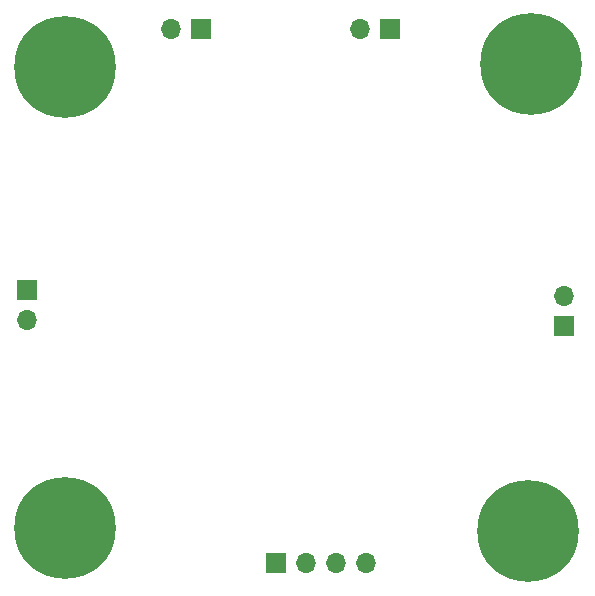
<source format=gbr>
%TF.GenerationSoftware,KiCad,Pcbnew,(6.0.1)*%
%TF.CreationDate,2022-05-08T06:10:33+05:45*%
%TF.ProjectId,STM32F4_Breakout,53544d33-3246-4345-9f42-7265616b6f75,rev?*%
%TF.SameCoordinates,Original*%
%TF.FileFunction,Soldermask,Bot*%
%TF.FilePolarity,Negative*%
%FSLAX46Y46*%
G04 Gerber Fmt 4.6, Leading zero omitted, Abs format (unit mm)*
G04 Created by KiCad (PCBNEW (6.0.1)) date 2022-05-08 06:10:33*
%MOMM*%
%LPD*%
G01*
G04 APERTURE LIST*
%ADD10C,0.900000*%
%ADD11C,8.600000*%
%ADD12R,1.700000X1.700000*%
%ADD13O,1.700000X1.700000*%
G04 APERTURE END LIST*
D10*
%TO.C,H3*%
X76733000Y-25296000D03*
X77677581Y-23015581D03*
X79958000Y-28521000D03*
X79958000Y-22071000D03*
X82238419Y-23015581D03*
X83183000Y-25296000D03*
X82238419Y-27576419D03*
X77677581Y-27576419D03*
D11*
X79928000Y-25246000D03*
%TD*%
%TO.C,H1*%
X40500000Y-64500000D03*
D10*
X38053581Y-62385581D03*
X38053581Y-66946419D03*
X40334000Y-67891000D03*
X42614419Y-62385581D03*
X43559000Y-64666000D03*
X42614419Y-66946419D03*
X37109000Y-64666000D03*
X40334000Y-61441000D03*
%TD*%
D12*
%TO.C,J2*%
X37286000Y-44341000D03*
D13*
X37286000Y-46881000D03*
%TD*%
D10*
%TO.C,H4*%
X77423581Y-66946419D03*
X81984419Y-62385581D03*
X81984419Y-66946419D03*
D11*
X79674000Y-64754000D03*
D10*
X79704000Y-61441000D03*
X77423581Y-62385581D03*
X79704000Y-67891000D03*
X82929000Y-64666000D03*
X76479000Y-64666000D03*
%TD*%
%TO.C,H2*%
X40334000Y-22325000D03*
X43559000Y-25550000D03*
D11*
X40500000Y-25500000D03*
D10*
X38053581Y-23269581D03*
X40334000Y-28775000D03*
X38053581Y-27830419D03*
X37109000Y-25550000D03*
X42614419Y-27830419D03*
X42614419Y-23269581D03*
%TD*%
D12*
%TO.C,J3*%
X58378000Y-67460000D03*
D13*
X60918000Y-67460000D03*
X63458000Y-67460000D03*
X65998000Y-67460000D03*
%TD*%
D12*
%TO.C,J5*%
X82752000Y-47399000D03*
D13*
X82752000Y-44859000D03*
%TD*%
D12*
%TO.C,J6*%
X52023000Y-22248000D03*
D13*
X49483000Y-22248000D03*
%TD*%
D12*
%TO.C,J1*%
X68025000Y-22248000D03*
D13*
X65485000Y-22248000D03*
%TD*%
M02*

</source>
